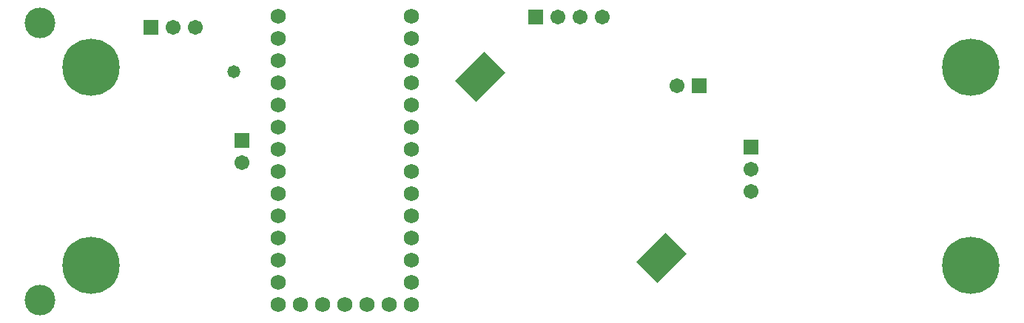
<source format=gbs>
G04*
G04 #@! TF.GenerationSoftware,Altium Limited,Altium Designer,21.9.2 (33)*
G04*
G04 Layer_Color=16711935*
%FSLAX25Y25*%
%MOIN*%
G70*
G04*
G04 #@! TF.SameCoordinates,D22C8EEC-9F66-4CA6-A23B-34AD4F9630FA*
G04*
G04*
G04 #@! TF.FilePolarity,Negative*
G04*
G01*
G75*
%ADD52R,0.06706X0.06706*%
%ADD53C,0.13800*%
%ADD54C,0.06800*%
%ADD55C,0.25800*%
%ADD56C,0.06706*%
%ADD57R,0.06706X0.06706*%
%ADD58C,0.05800*%
G04:AMPARAMS|DCode=84|XSize=133.98mil|YSize=188mil|CornerRadius=0mil|HoleSize=0mil|Usage=FLASHONLY|Rotation=135.000|XOffset=0mil|YOffset=0mil|HoleType=Round|Shape=Rectangle|*
%AMROTATEDRECTD84*
4,1,4,0.11384,0.01910,-0.01910,-0.11384,-0.11384,-0.01910,0.01910,0.11384,0.11384,0.01910,0.0*
%
%ADD84ROTATEDRECTD84*%

D52*
X320500Y-56000D02*
D03*
X91000Y-53000D02*
D03*
D53*
X0Y0D02*
D03*
Y-125000D02*
D03*
D54*
X127500Y-127000D02*
D03*
X107500Y3000D02*
D03*
Y-7000D02*
D03*
Y-17000D02*
D03*
Y-27000D02*
D03*
Y-37000D02*
D03*
Y-47000D02*
D03*
Y-57000D02*
D03*
Y-67000D02*
D03*
Y-77000D02*
D03*
Y-87000D02*
D03*
Y-97000D02*
D03*
Y-107000D02*
D03*
Y-117000D02*
D03*
Y-127000D02*
D03*
X117500D02*
D03*
X137500D02*
D03*
X147500D02*
D03*
X157500D02*
D03*
X167500D02*
D03*
Y-117000D02*
D03*
Y-107000D02*
D03*
Y-97000D02*
D03*
Y-87000D02*
D03*
Y-77000D02*
D03*
Y-67000D02*
D03*
Y-57000D02*
D03*
Y-47000D02*
D03*
Y-37000D02*
D03*
Y-27000D02*
D03*
Y-17000D02*
D03*
Y-7000D02*
D03*
Y3000D02*
D03*
D55*
X23000Y-20000D02*
D03*
X419500D02*
D03*
Y-109500D02*
D03*
X23000D02*
D03*
D56*
X320500Y-66000D02*
D03*
Y-76000D02*
D03*
X91000Y-63000D02*
D03*
X60000Y-2000D02*
D03*
X70000D02*
D03*
X253500Y2500D02*
D03*
X243500D02*
D03*
X233500D02*
D03*
X287000Y-28500D02*
D03*
D57*
X50000Y-2000D02*
D03*
X223500Y2500D02*
D03*
X297000Y-28500D02*
D03*
D58*
X87500Y-22000D02*
D03*
D84*
X198432Y-24432D02*
D03*
X280000Y-106000D02*
D03*
M02*

</source>
